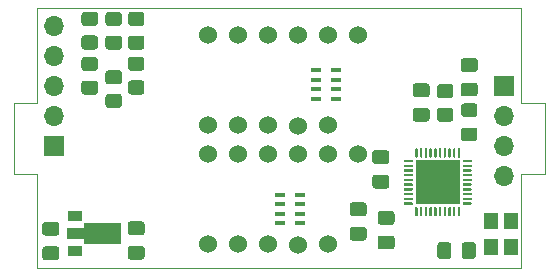
<source format=gbs>
G04 #@! TF.GenerationSoftware,KiCad,Pcbnew,(5.1.10)-1*
G04 #@! TF.CreationDate,2023-01-31T14:41:16+02:00*
G04 #@! TF.ProjectId,voltmeter,766f6c74-6d65-4746-9572-2e6b69636164,rev?*
G04 #@! TF.SameCoordinates,Original*
G04 #@! TF.FileFunction,Soldermask,Bot*
G04 #@! TF.FilePolarity,Negative*
%FSLAX46Y46*%
G04 Gerber Fmt 4.6, Leading zero omitted, Abs format (unit mm)*
G04 Created by KiCad (PCBNEW (5.1.10)-1) date 2023-01-31 14:41:16*
%MOMM*%
%LPD*%
G01*
G04 APERTURE LIST*
G04 #@! TA.AperFunction,Profile*
%ADD10C,0.050000*%
G04 #@! TD*
%ADD11O,1.700000X1.700000*%
%ADD12R,1.700000X1.700000*%
%ADD13C,1.524000*%
%ADD14R,1.200000X1.400000*%
%ADD15R,0.900000X0.400000*%
%ADD16C,0.100000*%
%ADD17R,1.300000X0.900000*%
%ADD18R,3.800000X3.800000*%
G04 APERTURE END LIST*
D10*
X52578000Y-78048000D02*
X52578000Y-86048000D01*
X50578000Y-86048000D02*
X50578000Y-92048000D01*
X52578000Y-86048000D02*
X50578000Y-86048000D01*
X52578000Y-92048000D02*
X50578000Y-92048000D01*
X52578000Y-92048000D02*
X52578000Y-100048000D01*
X93578000Y-92048000D02*
X93578000Y-100048000D01*
X95578000Y-92048000D02*
X93578000Y-92048000D01*
X95578000Y-86048000D02*
X93578000Y-86048000D01*
X95578000Y-86048000D02*
X95578000Y-92048000D01*
X52578000Y-100048000D02*
X93578000Y-100048000D01*
X93578000Y-78048000D02*
X93578000Y-86048000D01*
X52578000Y-78048000D02*
X93578000Y-78048000D01*
D11*
X92075000Y-92272000D03*
X92075000Y-89732000D03*
X92075000Y-87192000D03*
D12*
X92075000Y-84652000D03*
D11*
X53975000Y-79521200D03*
X53975000Y-82061200D03*
X53975000Y-84601200D03*
X53975000Y-87141200D03*
D12*
X53975000Y-89681200D03*
D13*
X77216000Y-98036380D03*
X74676000Y-98130360D03*
X72136000Y-98044000D03*
X69596000Y-98044000D03*
X67056000Y-98044000D03*
X79756000Y-90424000D03*
X77216000Y-90424000D03*
X74676000Y-90424000D03*
X67056000Y-90424000D03*
X69596000Y-90424000D03*
X72136000Y-90424000D03*
X77216000Y-87897380D03*
X74676000Y-87991360D03*
X72136000Y-87905000D03*
X69596000Y-87905000D03*
X67056000Y-87905000D03*
X79756000Y-80285000D03*
X77216000Y-80285000D03*
X74676000Y-80285000D03*
X67056000Y-80285000D03*
X69596000Y-80285000D03*
X72136000Y-80285000D03*
D14*
X92683700Y-98274200D03*
X92683700Y-96074200D03*
X90983700Y-96074200D03*
X90983700Y-98274200D03*
D15*
X74864700Y-93853300D03*
X74864700Y-94653300D03*
X74864700Y-95453300D03*
X74864700Y-96253300D03*
X73164700Y-93853300D03*
X73164700Y-96253300D03*
X73164700Y-94653300D03*
X73164700Y-95453300D03*
G36*
G01*
X79281000Y-96553500D02*
X80231000Y-96553500D01*
G75*
G02*
X80481000Y-96803500I0J-250000D01*
G01*
X80481000Y-97478500D01*
G75*
G02*
X80231000Y-97728500I-250000J0D01*
G01*
X79281000Y-97728500D01*
G75*
G02*
X79031000Y-97478500I0J250000D01*
G01*
X79031000Y-96803500D01*
G75*
G02*
X79281000Y-96553500I250000J0D01*
G01*
G37*
G36*
G01*
X79281000Y-94478500D02*
X80231000Y-94478500D01*
G75*
G02*
X80481000Y-94728500I0J-250000D01*
G01*
X80481000Y-95403500D01*
G75*
G02*
X80231000Y-95653500I-250000J0D01*
G01*
X79281000Y-95653500D01*
G75*
G02*
X79031000Y-95403500I0J250000D01*
G01*
X79031000Y-94728500D01*
G75*
G02*
X79281000Y-94478500I250000J0D01*
G01*
G37*
G36*
G01*
X81643200Y-97285200D02*
X82593200Y-97285200D01*
G75*
G02*
X82843200Y-97535200I0J-250000D01*
G01*
X82843200Y-98210200D01*
G75*
G02*
X82593200Y-98460200I-250000J0D01*
G01*
X81643200Y-98460200D01*
G75*
G02*
X81393200Y-98210200I0J250000D01*
G01*
X81393200Y-97535200D01*
G75*
G02*
X81643200Y-97285200I250000J0D01*
G01*
G37*
G36*
G01*
X81643200Y-95210200D02*
X82593200Y-95210200D01*
G75*
G02*
X82843200Y-95460200I0J-250000D01*
G01*
X82843200Y-96135200D01*
G75*
G02*
X82593200Y-96385200I-250000J0D01*
G01*
X81643200Y-96385200D01*
G75*
G02*
X81393200Y-96135200I0J250000D01*
G01*
X81393200Y-95460200D01*
G75*
G02*
X81643200Y-95210200I250000J0D01*
G01*
G37*
G36*
G01*
X82136000Y-91237800D02*
X81186000Y-91237800D01*
G75*
G02*
X80936000Y-90987800I0J250000D01*
G01*
X80936000Y-90312800D01*
G75*
G02*
X81186000Y-90062800I250000J0D01*
G01*
X82136000Y-90062800D01*
G75*
G02*
X82386000Y-90312800I0J-250000D01*
G01*
X82386000Y-90987800D01*
G75*
G02*
X82136000Y-91237800I-250000J0D01*
G01*
G37*
G36*
G01*
X82136000Y-93312800D02*
X81186000Y-93312800D01*
G75*
G02*
X80936000Y-93062800I0J250000D01*
G01*
X80936000Y-92387800D01*
G75*
G02*
X81186000Y-92137800I250000J0D01*
G01*
X82136000Y-92137800D01*
G75*
G02*
X82386000Y-92387800I0J-250000D01*
G01*
X82386000Y-93062800D01*
G75*
G02*
X82136000Y-93312800I-250000J0D01*
G01*
G37*
D16*
G36*
X59704000Y-97964500D02*
G01*
X56579000Y-97964500D01*
X56579000Y-97548000D01*
X55104000Y-97548000D01*
X55104000Y-96648000D01*
X56579000Y-96648000D01*
X56579000Y-96231500D01*
X59704000Y-96231500D01*
X59704000Y-97964500D01*
G37*
D17*
X55754000Y-95598000D03*
X55754000Y-98598000D03*
G36*
G01*
X60485000Y-98161500D02*
X61435000Y-98161500D01*
G75*
G02*
X61685000Y-98411500I0J-250000D01*
G01*
X61685000Y-99086500D01*
G75*
G02*
X61435000Y-99336500I-250000J0D01*
G01*
X60485000Y-99336500D01*
G75*
G02*
X60235000Y-99086500I0J250000D01*
G01*
X60235000Y-98411500D01*
G75*
G02*
X60485000Y-98161500I250000J0D01*
G01*
G37*
G36*
G01*
X60485000Y-96086500D02*
X61435000Y-96086500D01*
G75*
G02*
X61685000Y-96336500I0J-250000D01*
G01*
X61685000Y-97011500D01*
G75*
G02*
X61435000Y-97261500I-250000J0D01*
G01*
X60485000Y-97261500D01*
G75*
G02*
X60235000Y-97011500I0J250000D01*
G01*
X60235000Y-96336500D01*
G75*
G02*
X60485000Y-96086500I250000J0D01*
G01*
G37*
G36*
G01*
X53246000Y-98204500D02*
X54196000Y-98204500D01*
G75*
G02*
X54446000Y-98454500I0J-250000D01*
G01*
X54446000Y-99129500D01*
G75*
G02*
X54196000Y-99379500I-250000J0D01*
G01*
X53246000Y-99379500D01*
G75*
G02*
X52996000Y-99129500I0J250000D01*
G01*
X52996000Y-98454500D01*
G75*
G02*
X53246000Y-98204500I250000J0D01*
G01*
G37*
G36*
G01*
X53246000Y-96129500D02*
X54196000Y-96129500D01*
G75*
G02*
X54446000Y-96379500I0J-250000D01*
G01*
X54446000Y-97054500D01*
G75*
G02*
X54196000Y-97304500I-250000J0D01*
G01*
X53246000Y-97304500D01*
G75*
G02*
X52996000Y-97054500I0J250000D01*
G01*
X52996000Y-96379500D01*
G75*
G02*
X53246000Y-96129500I250000J0D01*
G01*
G37*
G36*
G01*
X89604001Y-87250000D02*
X88703999Y-87250000D01*
G75*
G02*
X88454000Y-87000001I0J249999D01*
G01*
X88454000Y-86349999D01*
G75*
G02*
X88703999Y-86100000I249999J0D01*
G01*
X89604001Y-86100000D01*
G75*
G02*
X89854000Y-86349999I0J-249999D01*
G01*
X89854000Y-87000001D01*
G75*
G02*
X89604001Y-87250000I-249999J0D01*
G01*
G37*
G36*
G01*
X89604001Y-89300000D02*
X88703999Y-89300000D01*
G75*
G02*
X88454000Y-89050001I0J249999D01*
G01*
X88454000Y-88399999D01*
G75*
G02*
X88703999Y-88150000I249999J0D01*
G01*
X89604001Y-88150000D01*
G75*
G02*
X89854000Y-88399999I0J-249999D01*
G01*
X89854000Y-89050001D01*
G75*
G02*
X89604001Y-89300000I-249999J0D01*
G01*
G37*
G36*
G01*
X89629000Y-83440000D02*
X88679000Y-83440000D01*
G75*
G02*
X88429000Y-83190000I0J250000D01*
G01*
X88429000Y-82515000D01*
G75*
G02*
X88679000Y-82265000I250000J0D01*
G01*
X89629000Y-82265000D01*
G75*
G02*
X89879000Y-82515000I0J-250000D01*
G01*
X89879000Y-83190000D01*
G75*
G02*
X89629000Y-83440000I-250000J0D01*
G01*
G37*
G36*
G01*
X89629000Y-85515000D02*
X88679000Y-85515000D01*
G75*
G02*
X88429000Y-85265000I0J250000D01*
G01*
X88429000Y-84590000D01*
G75*
G02*
X88679000Y-84340000I250000J0D01*
G01*
X89629000Y-84340000D01*
G75*
G02*
X89879000Y-84590000I0J-250000D01*
G01*
X89879000Y-85265000D01*
G75*
G02*
X89629000Y-85515000I-250000J0D01*
G01*
G37*
G36*
G01*
X85565000Y-85577500D02*
X84615000Y-85577500D01*
G75*
G02*
X84365000Y-85327500I0J250000D01*
G01*
X84365000Y-84652500D01*
G75*
G02*
X84615000Y-84402500I250000J0D01*
G01*
X85565000Y-84402500D01*
G75*
G02*
X85815000Y-84652500I0J-250000D01*
G01*
X85815000Y-85327500D01*
G75*
G02*
X85565000Y-85577500I-250000J0D01*
G01*
G37*
G36*
G01*
X85565000Y-87652500D02*
X84615000Y-87652500D01*
G75*
G02*
X84365000Y-87402500I0J250000D01*
G01*
X84365000Y-86727500D01*
G75*
G02*
X84615000Y-86477500I250000J0D01*
G01*
X85565000Y-86477500D01*
G75*
G02*
X85815000Y-86727500I0J-250000D01*
G01*
X85815000Y-87402500D01*
G75*
G02*
X85565000Y-87652500I-250000J0D01*
G01*
G37*
G36*
G01*
X87628400Y-98083500D02*
X87628400Y-99033500D01*
G75*
G02*
X87378400Y-99283500I-250000J0D01*
G01*
X86703400Y-99283500D01*
G75*
G02*
X86453400Y-99033500I0J250000D01*
G01*
X86453400Y-98083500D01*
G75*
G02*
X86703400Y-97833500I250000J0D01*
G01*
X87378400Y-97833500D01*
G75*
G02*
X87628400Y-98083500I0J-250000D01*
G01*
G37*
G36*
G01*
X89703400Y-98083500D02*
X89703400Y-99033500D01*
G75*
G02*
X89453400Y-99283500I-250000J0D01*
G01*
X88778400Y-99283500D01*
G75*
G02*
X88528400Y-99033500I0J250000D01*
G01*
X88528400Y-98083500D01*
G75*
G02*
X88778400Y-97833500I250000J0D01*
G01*
X89453400Y-97833500D01*
G75*
G02*
X89703400Y-98083500I0J-250000D01*
G01*
G37*
G36*
G01*
X61410001Y-79553000D02*
X60509999Y-79553000D01*
G75*
G02*
X60260000Y-79303001I0J249999D01*
G01*
X60260000Y-78602999D01*
G75*
G02*
X60509999Y-78353000I249999J0D01*
G01*
X61410001Y-78353000D01*
G75*
G02*
X61660000Y-78602999I0J-249999D01*
G01*
X61660000Y-79303001D01*
G75*
G02*
X61410001Y-79553000I-249999J0D01*
G01*
G37*
G36*
G01*
X61410001Y-81553000D02*
X60509999Y-81553000D01*
G75*
G02*
X60260000Y-81303001I0J249999D01*
G01*
X60260000Y-80602999D01*
G75*
G02*
X60509999Y-80353000I249999J0D01*
G01*
X61410001Y-80353000D01*
G75*
G02*
X61660000Y-80602999I0J-249999D01*
G01*
X61660000Y-81303001D01*
G75*
G02*
X61410001Y-81553000I-249999J0D01*
G01*
G37*
G36*
G01*
X61410001Y-83347000D02*
X60509999Y-83347000D01*
G75*
G02*
X60260000Y-83097001I0J249999D01*
G01*
X60260000Y-82396999D01*
G75*
G02*
X60509999Y-82147000I249999J0D01*
G01*
X61410001Y-82147000D01*
G75*
G02*
X61660000Y-82396999I0J-249999D01*
G01*
X61660000Y-83097001D01*
G75*
G02*
X61410001Y-83347000I-249999J0D01*
G01*
G37*
G36*
G01*
X61410001Y-85347000D02*
X60509999Y-85347000D01*
G75*
G02*
X60260000Y-85097001I0J249999D01*
G01*
X60260000Y-84396999D01*
G75*
G02*
X60509999Y-84147000I249999J0D01*
G01*
X61410001Y-84147000D01*
G75*
G02*
X61660000Y-84396999I0J-249999D01*
G01*
X61660000Y-85097001D01*
G75*
G02*
X61410001Y-85347000I-249999J0D01*
G01*
G37*
G36*
G01*
X59505001Y-79553000D02*
X58604999Y-79553000D01*
G75*
G02*
X58355000Y-79303001I0J249999D01*
G01*
X58355000Y-78602999D01*
G75*
G02*
X58604999Y-78353000I249999J0D01*
G01*
X59505001Y-78353000D01*
G75*
G02*
X59755000Y-78602999I0J-249999D01*
G01*
X59755000Y-79303001D01*
G75*
G02*
X59505001Y-79553000I-249999J0D01*
G01*
G37*
G36*
G01*
X59505001Y-81553000D02*
X58604999Y-81553000D01*
G75*
G02*
X58355000Y-81303001I0J249999D01*
G01*
X58355000Y-80602999D01*
G75*
G02*
X58604999Y-80353000I249999J0D01*
G01*
X59505001Y-80353000D01*
G75*
G02*
X59755000Y-80602999I0J-249999D01*
G01*
X59755000Y-81303001D01*
G75*
G02*
X59505001Y-81553000I-249999J0D01*
G01*
G37*
G36*
G01*
X59505001Y-84490000D02*
X58604999Y-84490000D01*
G75*
G02*
X58355000Y-84240001I0J249999D01*
G01*
X58355000Y-83539999D01*
G75*
G02*
X58604999Y-83290000I249999J0D01*
G01*
X59505001Y-83290000D01*
G75*
G02*
X59755000Y-83539999I0J-249999D01*
G01*
X59755000Y-84240001D01*
G75*
G02*
X59505001Y-84490000I-249999J0D01*
G01*
G37*
G36*
G01*
X59505001Y-86490000D02*
X58604999Y-86490000D01*
G75*
G02*
X58355000Y-86240001I0J249999D01*
G01*
X58355000Y-85539999D01*
G75*
G02*
X58604999Y-85290000I249999J0D01*
G01*
X59505001Y-85290000D01*
G75*
G02*
X59755000Y-85539999I0J-249999D01*
G01*
X59755000Y-86240001D01*
G75*
G02*
X59505001Y-86490000I-249999J0D01*
G01*
G37*
G36*
G01*
X57473001Y-79537000D02*
X56572999Y-79537000D01*
G75*
G02*
X56323000Y-79287001I0J249999D01*
G01*
X56323000Y-78586999D01*
G75*
G02*
X56572999Y-78337000I249999J0D01*
G01*
X57473001Y-78337000D01*
G75*
G02*
X57723000Y-78586999I0J-249999D01*
G01*
X57723000Y-79287001D01*
G75*
G02*
X57473001Y-79537000I-249999J0D01*
G01*
G37*
G36*
G01*
X57473001Y-81537000D02*
X56572999Y-81537000D01*
G75*
G02*
X56323000Y-81287001I0J249999D01*
G01*
X56323000Y-80586999D01*
G75*
G02*
X56572999Y-80337000I249999J0D01*
G01*
X57473001Y-80337000D01*
G75*
G02*
X57723000Y-80586999I0J-249999D01*
G01*
X57723000Y-81287001D01*
G75*
G02*
X57473001Y-81537000I-249999J0D01*
G01*
G37*
G36*
G01*
X57473001Y-83363000D02*
X56572999Y-83363000D01*
G75*
G02*
X56323000Y-83113001I0J249999D01*
G01*
X56323000Y-82412999D01*
G75*
G02*
X56572999Y-82163000I249999J0D01*
G01*
X57473001Y-82163000D01*
G75*
G02*
X57723000Y-82412999I0J-249999D01*
G01*
X57723000Y-83113001D01*
G75*
G02*
X57473001Y-83363000I-249999J0D01*
G01*
G37*
G36*
G01*
X57473001Y-85363000D02*
X56572999Y-85363000D01*
G75*
G02*
X56323000Y-85113001I0J249999D01*
G01*
X56323000Y-84412999D01*
G75*
G02*
X56572999Y-84163000I249999J0D01*
G01*
X57473001Y-84163000D01*
G75*
G02*
X57723000Y-84412999I0J-249999D01*
G01*
X57723000Y-85113001D01*
G75*
G02*
X57473001Y-85363000I-249999J0D01*
G01*
G37*
D15*
X77850100Y-83286900D03*
X77850100Y-84086900D03*
X77850100Y-84886900D03*
X77850100Y-85686900D03*
X76150100Y-83286900D03*
X76150100Y-85686900D03*
X76150100Y-84086900D03*
X76150100Y-84886900D03*
G36*
G01*
X87572001Y-85665000D02*
X86671999Y-85665000D01*
G75*
G02*
X86422000Y-85415001I0J249999D01*
G01*
X86422000Y-84714999D01*
G75*
G02*
X86671999Y-84465000I249999J0D01*
G01*
X87572001Y-84465000D01*
G75*
G02*
X87822000Y-84714999I0J-249999D01*
G01*
X87822000Y-85415001D01*
G75*
G02*
X87572001Y-85665000I-249999J0D01*
G01*
G37*
G36*
G01*
X87572001Y-87665000D02*
X86671999Y-87665000D01*
G75*
G02*
X86422000Y-87415001I0J249999D01*
G01*
X86422000Y-86714999D01*
G75*
G02*
X86671999Y-86465000I249999J0D01*
G01*
X87572001Y-86465000D01*
G75*
G02*
X87822000Y-86714999I0J-249999D01*
G01*
X87822000Y-87415001D01*
G75*
G02*
X87572001Y-87665000I-249999J0D01*
G01*
G37*
D18*
X86487000Y-92780000D03*
G36*
G01*
X84587000Y-95605000D02*
X84587000Y-94930000D01*
G75*
G02*
X84637000Y-94880000I50000J0D01*
G01*
X84737000Y-94880000D01*
G75*
G02*
X84787000Y-94930000I0J-50000D01*
G01*
X84787000Y-95605000D01*
G75*
G02*
X84737000Y-95655000I-50000J0D01*
G01*
X84637000Y-95655000D01*
G75*
G02*
X84587000Y-95605000I0J50000D01*
G01*
G37*
G36*
G01*
X84987000Y-95605000D02*
X84987000Y-94930000D01*
G75*
G02*
X85037000Y-94880000I50000J0D01*
G01*
X85137000Y-94880000D01*
G75*
G02*
X85187000Y-94930000I0J-50000D01*
G01*
X85187000Y-95605000D01*
G75*
G02*
X85137000Y-95655000I-50000J0D01*
G01*
X85037000Y-95655000D01*
G75*
G02*
X84987000Y-95605000I0J50000D01*
G01*
G37*
G36*
G01*
X85387000Y-95605000D02*
X85387000Y-94930000D01*
G75*
G02*
X85437000Y-94880000I50000J0D01*
G01*
X85537000Y-94880000D01*
G75*
G02*
X85587000Y-94930000I0J-50000D01*
G01*
X85587000Y-95605000D01*
G75*
G02*
X85537000Y-95655000I-50000J0D01*
G01*
X85437000Y-95655000D01*
G75*
G02*
X85387000Y-95605000I0J50000D01*
G01*
G37*
G36*
G01*
X85787000Y-95605000D02*
X85787000Y-94930000D01*
G75*
G02*
X85837000Y-94880000I50000J0D01*
G01*
X85937000Y-94880000D01*
G75*
G02*
X85987000Y-94930000I0J-50000D01*
G01*
X85987000Y-95605000D01*
G75*
G02*
X85937000Y-95655000I-50000J0D01*
G01*
X85837000Y-95655000D01*
G75*
G02*
X85787000Y-95605000I0J50000D01*
G01*
G37*
G36*
G01*
X86187000Y-95605000D02*
X86187000Y-94930000D01*
G75*
G02*
X86237000Y-94880000I50000J0D01*
G01*
X86337000Y-94880000D01*
G75*
G02*
X86387000Y-94930000I0J-50000D01*
G01*
X86387000Y-95605000D01*
G75*
G02*
X86337000Y-95655000I-50000J0D01*
G01*
X86237000Y-95655000D01*
G75*
G02*
X86187000Y-95605000I0J50000D01*
G01*
G37*
G36*
G01*
X86587000Y-95605000D02*
X86587000Y-94930000D01*
G75*
G02*
X86637000Y-94880000I50000J0D01*
G01*
X86737000Y-94880000D01*
G75*
G02*
X86787000Y-94930000I0J-50000D01*
G01*
X86787000Y-95605000D01*
G75*
G02*
X86737000Y-95655000I-50000J0D01*
G01*
X86637000Y-95655000D01*
G75*
G02*
X86587000Y-95605000I0J50000D01*
G01*
G37*
G36*
G01*
X86987000Y-95605000D02*
X86987000Y-94930000D01*
G75*
G02*
X87037000Y-94880000I50000J0D01*
G01*
X87137000Y-94880000D01*
G75*
G02*
X87187000Y-94930000I0J-50000D01*
G01*
X87187000Y-95605000D01*
G75*
G02*
X87137000Y-95655000I-50000J0D01*
G01*
X87037000Y-95655000D01*
G75*
G02*
X86987000Y-95605000I0J50000D01*
G01*
G37*
G36*
G01*
X87387000Y-95605000D02*
X87387000Y-94930000D01*
G75*
G02*
X87437000Y-94880000I50000J0D01*
G01*
X87537000Y-94880000D01*
G75*
G02*
X87587000Y-94930000I0J-50000D01*
G01*
X87587000Y-95605000D01*
G75*
G02*
X87537000Y-95655000I-50000J0D01*
G01*
X87437000Y-95655000D01*
G75*
G02*
X87387000Y-95605000I0J50000D01*
G01*
G37*
G36*
G01*
X87787000Y-95605000D02*
X87787000Y-94930000D01*
G75*
G02*
X87837000Y-94880000I50000J0D01*
G01*
X87937000Y-94880000D01*
G75*
G02*
X87987000Y-94930000I0J-50000D01*
G01*
X87987000Y-95605000D01*
G75*
G02*
X87937000Y-95655000I-50000J0D01*
G01*
X87837000Y-95655000D01*
G75*
G02*
X87787000Y-95605000I0J50000D01*
G01*
G37*
G36*
G01*
X88187000Y-95605000D02*
X88187000Y-94930000D01*
G75*
G02*
X88237000Y-94880000I50000J0D01*
G01*
X88337000Y-94880000D01*
G75*
G02*
X88387000Y-94930000I0J-50000D01*
G01*
X88387000Y-95605000D01*
G75*
G02*
X88337000Y-95655000I-50000J0D01*
G01*
X88237000Y-95655000D01*
G75*
G02*
X88187000Y-95605000I0J50000D01*
G01*
G37*
G36*
G01*
X88587000Y-94630000D02*
X88587000Y-94530000D01*
G75*
G02*
X88637000Y-94480000I50000J0D01*
G01*
X89312000Y-94480000D01*
G75*
G02*
X89362000Y-94530000I0J-50000D01*
G01*
X89362000Y-94630000D01*
G75*
G02*
X89312000Y-94680000I-50000J0D01*
G01*
X88637000Y-94680000D01*
G75*
G02*
X88587000Y-94630000I0J50000D01*
G01*
G37*
G36*
G01*
X88587000Y-94230000D02*
X88587000Y-94130000D01*
G75*
G02*
X88637000Y-94080000I50000J0D01*
G01*
X89312000Y-94080000D01*
G75*
G02*
X89362000Y-94130000I0J-50000D01*
G01*
X89362000Y-94230000D01*
G75*
G02*
X89312000Y-94280000I-50000J0D01*
G01*
X88637000Y-94280000D01*
G75*
G02*
X88587000Y-94230000I0J50000D01*
G01*
G37*
G36*
G01*
X88587000Y-93830000D02*
X88587000Y-93730000D01*
G75*
G02*
X88637000Y-93680000I50000J0D01*
G01*
X89312000Y-93680000D01*
G75*
G02*
X89362000Y-93730000I0J-50000D01*
G01*
X89362000Y-93830000D01*
G75*
G02*
X89312000Y-93880000I-50000J0D01*
G01*
X88637000Y-93880000D01*
G75*
G02*
X88587000Y-93830000I0J50000D01*
G01*
G37*
G36*
G01*
X88587000Y-93430000D02*
X88587000Y-93330000D01*
G75*
G02*
X88637000Y-93280000I50000J0D01*
G01*
X89312000Y-93280000D01*
G75*
G02*
X89362000Y-93330000I0J-50000D01*
G01*
X89362000Y-93430000D01*
G75*
G02*
X89312000Y-93480000I-50000J0D01*
G01*
X88637000Y-93480000D01*
G75*
G02*
X88587000Y-93430000I0J50000D01*
G01*
G37*
G36*
G01*
X88587000Y-93030000D02*
X88587000Y-92930000D01*
G75*
G02*
X88637000Y-92880000I50000J0D01*
G01*
X89312000Y-92880000D01*
G75*
G02*
X89362000Y-92930000I0J-50000D01*
G01*
X89362000Y-93030000D01*
G75*
G02*
X89312000Y-93080000I-50000J0D01*
G01*
X88637000Y-93080000D01*
G75*
G02*
X88587000Y-93030000I0J50000D01*
G01*
G37*
G36*
G01*
X88587000Y-92630000D02*
X88587000Y-92530000D01*
G75*
G02*
X88637000Y-92480000I50000J0D01*
G01*
X89312000Y-92480000D01*
G75*
G02*
X89362000Y-92530000I0J-50000D01*
G01*
X89362000Y-92630000D01*
G75*
G02*
X89312000Y-92680000I-50000J0D01*
G01*
X88637000Y-92680000D01*
G75*
G02*
X88587000Y-92630000I0J50000D01*
G01*
G37*
G36*
G01*
X88587000Y-92230000D02*
X88587000Y-92130000D01*
G75*
G02*
X88637000Y-92080000I50000J0D01*
G01*
X89312000Y-92080000D01*
G75*
G02*
X89362000Y-92130000I0J-50000D01*
G01*
X89362000Y-92230000D01*
G75*
G02*
X89312000Y-92280000I-50000J0D01*
G01*
X88637000Y-92280000D01*
G75*
G02*
X88587000Y-92230000I0J50000D01*
G01*
G37*
G36*
G01*
X88587000Y-91830000D02*
X88587000Y-91730000D01*
G75*
G02*
X88637000Y-91680000I50000J0D01*
G01*
X89312000Y-91680000D01*
G75*
G02*
X89362000Y-91730000I0J-50000D01*
G01*
X89362000Y-91830000D01*
G75*
G02*
X89312000Y-91880000I-50000J0D01*
G01*
X88637000Y-91880000D01*
G75*
G02*
X88587000Y-91830000I0J50000D01*
G01*
G37*
G36*
G01*
X88587000Y-91430000D02*
X88587000Y-91330000D01*
G75*
G02*
X88637000Y-91280000I50000J0D01*
G01*
X89312000Y-91280000D01*
G75*
G02*
X89362000Y-91330000I0J-50000D01*
G01*
X89362000Y-91430000D01*
G75*
G02*
X89312000Y-91480000I-50000J0D01*
G01*
X88637000Y-91480000D01*
G75*
G02*
X88587000Y-91430000I0J50000D01*
G01*
G37*
G36*
G01*
X88587000Y-91030000D02*
X88587000Y-90930000D01*
G75*
G02*
X88637000Y-90880000I50000J0D01*
G01*
X89312000Y-90880000D01*
G75*
G02*
X89362000Y-90930000I0J-50000D01*
G01*
X89362000Y-91030000D01*
G75*
G02*
X89312000Y-91080000I-50000J0D01*
G01*
X88637000Y-91080000D01*
G75*
G02*
X88587000Y-91030000I0J50000D01*
G01*
G37*
G36*
G01*
X88187000Y-90630000D02*
X88187000Y-89955000D01*
G75*
G02*
X88237000Y-89905000I50000J0D01*
G01*
X88337000Y-89905000D01*
G75*
G02*
X88387000Y-89955000I0J-50000D01*
G01*
X88387000Y-90630000D01*
G75*
G02*
X88337000Y-90680000I-50000J0D01*
G01*
X88237000Y-90680000D01*
G75*
G02*
X88187000Y-90630000I0J50000D01*
G01*
G37*
G36*
G01*
X87787000Y-90630000D02*
X87787000Y-89955000D01*
G75*
G02*
X87837000Y-89905000I50000J0D01*
G01*
X87937000Y-89905000D01*
G75*
G02*
X87987000Y-89955000I0J-50000D01*
G01*
X87987000Y-90630000D01*
G75*
G02*
X87937000Y-90680000I-50000J0D01*
G01*
X87837000Y-90680000D01*
G75*
G02*
X87787000Y-90630000I0J50000D01*
G01*
G37*
G36*
G01*
X87387000Y-90630000D02*
X87387000Y-89955000D01*
G75*
G02*
X87437000Y-89905000I50000J0D01*
G01*
X87537000Y-89905000D01*
G75*
G02*
X87587000Y-89955000I0J-50000D01*
G01*
X87587000Y-90630000D01*
G75*
G02*
X87537000Y-90680000I-50000J0D01*
G01*
X87437000Y-90680000D01*
G75*
G02*
X87387000Y-90630000I0J50000D01*
G01*
G37*
G36*
G01*
X86987000Y-90630000D02*
X86987000Y-89955000D01*
G75*
G02*
X87037000Y-89905000I50000J0D01*
G01*
X87137000Y-89905000D01*
G75*
G02*
X87187000Y-89955000I0J-50000D01*
G01*
X87187000Y-90630000D01*
G75*
G02*
X87137000Y-90680000I-50000J0D01*
G01*
X87037000Y-90680000D01*
G75*
G02*
X86987000Y-90630000I0J50000D01*
G01*
G37*
G36*
G01*
X86587000Y-90630000D02*
X86587000Y-89955000D01*
G75*
G02*
X86637000Y-89905000I50000J0D01*
G01*
X86737000Y-89905000D01*
G75*
G02*
X86787000Y-89955000I0J-50000D01*
G01*
X86787000Y-90630000D01*
G75*
G02*
X86737000Y-90680000I-50000J0D01*
G01*
X86637000Y-90680000D01*
G75*
G02*
X86587000Y-90630000I0J50000D01*
G01*
G37*
G36*
G01*
X86187000Y-90630000D02*
X86187000Y-89955000D01*
G75*
G02*
X86237000Y-89905000I50000J0D01*
G01*
X86337000Y-89905000D01*
G75*
G02*
X86387000Y-89955000I0J-50000D01*
G01*
X86387000Y-90630000D01*
G75*
G02*
X86337000Y-90680000I-50000J0D01*
G01*
X86237000Y-90680000D01*
G75*
G02*
X86187000Y-90630000I0J50000D01*
G01*
G37*
G36*
G01*
X85787000Y-90630000D02*
X85787000Y-89955000D01*
G75*
G02*
X85837000Y-89905000I50000J0D01*
G01*
X85937000Y-89905000D01*
G75*
G02*
X85987000Y-89955000I0J-50000D01*
G01*
X85987000Y-90630000D01*
G75*
G02*
X85937000Y-90680000I-50000J0D01*
G01*
X85837000Y-90680000D01*
G75*
G02*
X85787000Y-90630000I0J50000D01*
G01*
G37*
G36*
G01*
X85387000Y-90630000D02*
X85387000Y-89955000D01*
G75*
G02*
X85437000Y-89905000I50000J0D01*
G01*
X85537000Y-89905000D01*
G75*
G02*
X85587000Y-89955000I0J-50000D01*
G01*
X85587000Y-90630000D01*
G75*
G02*
X85537000Y-90680000I-50000J0D01*
G01*
X85437000Y-90680000D01*
G75*
G02*
X85387000Y-90630000I0J50000D01*
G01*
G37*
G36*
G01*
X84987000Y-90630000D02*
X84987000Y-89955000D01*
G75*
G02*
X85037000Y-89905000I50000J0D01*
G01*
X85137000Y-89905000D01*
G75*
G02*
X85187000Y-89955000I0J-50000D01*
G01*
X85187000Y-90630000D01*
G75*
G02*
X85137000Y-90680000I-50000J0D01*
G01*
X85037000Y-90680000D01*
G75*
G02*
X84987000Y-90630000I0J50000D01*
G01*
G37*
G36*
G01*
X84587000Y-90630000D02*
X84587000Y-89955000D01*
G75*
G02*
X84637000Y-89905000I50000J0D01*
G01*
X84737000Y-89905000D01*
G75*
G02*
X84787000Y-89955000I0J-50000D01*
G01*
X84787000Y-90630000D01*
G75*
G02*
X84737000Y-90680000I-50000J0D01*
G01*
X84637000Y-90680000D01*
G75*
G02*
X84587000Y-90630000I0J50000D01*
G01*
G37*
G36*
G01*
X83612000Y-91030000D02*
X83612000Y-90930000D01*
G75*
G02*
X83662000Y-90880000I50000J0D01*
G01*
X84337000Y-90880000D01*
G75*
G02*
X84387000Y-90930000I0J-50000D01*
G01*
X84387000Y-91030000D01*
G75*
G02*
X84337000Y-91080000I-50000J0D01*
G01*
X83662000Y-91080000D01*
G75*
G02*
X83612000Y-91030000I0J50000D01*
G01*
G37*
G36*
G01*
X83612000Y-91430000D02*
X83612000Y-91330000D01*
G75*
G02*
X83662000Y-91280000I50000J0D01*
G01*
X84337000Y-91280000D01*
G75*
G02*
X84387000Y-91330000I0J-50000D01*
G01*
X84387000Y-91430000D01*
G75*
G02*
X84337000Y-91480000I-50000J0D01*
G01*
X83662000Y-91480000D01*
G75*
G02*
X83612000Y-91430000I0J50000D01*
G01*
G37*
G36*
G01*
X83612000Y-91830000D02*
X83612000Y-91730000D01*
G75*
G02*
X83662000Y-91680000I50000J0D01*
G01*
X84337000Y-91680000D01*
G75*
G02*
X84387000Y-91730000I0J-50000D01*
G01*
X84387000Y-91830000D01*
G75*
G02*
X84337000Y-91880000I-50000J0D01*
G01*
X83662000Y-91880000D01*
G75*
G02*
X83612000Y-91830000I0J50000D01*
G01*
G37*
G36*
G01*
X83612000Y-92230000D02*
X83612000Y-92130000D01*
G75*
G02*
X83662000Y-92080000I50000J0D01*
G01*
X84337000Y-92080000D01*
G75*
G02*
X84387000Y-92130000I0J-50000D01*
G01*
X84387000Y-92230000D01*
G75*
G02*
X84337000Y-92280000I-50000J0D01*
G01*
X83662000Y-92280000D01*
G75*
G02*
X83612000Y-92230000I0J50000D01*
G01*
G37*
G36*
G01*
X83612000Y-92630000D02*
X83612000Y-92530000D01*
G75*
G02*
X83662000Y-92480000I50000J0D01*
G01*
X84337000Y-92480000D01*
G75*
G02*
X84387000Y-92530000I0J-50000D01*
G01*
X84387000Y-92630000D01*
G75*
G02*
X84337000Y-92680000I-50000J0D01*
G01*
X83662000Y-92680000D01*
G75*
G02*
X83612000Y-92630000I0J50000D01*
G01*
G37*
G36*
G01*
X83612000Y-93030000D02*
X83612000Y-92930000D01*
G75*
G02*
X83662000Y-92880000I50000J0D01*
G01*
X84337000Y-92880000D01*
G75*
G02*
X84387000Y-92930000I0J-50000D01*
G01*
X84387000Y-93030000D01*
G75*
G02*
X84337000Y-93080000I-50000J0D01*
G01*
X83662000Y-93080000D01*
G75*
G02*
X83612000Y-93030000I0J50000D01*
G01*
G37*
G36*
G01*
X83612000Y-93430000D02*
X83612000Y-93330000D01*
G75*
G02*
X83662000Y-93280000I50000J0D01*
G01*
X84337000Y-93280000D01*
G75*
G02*
X84387000Y-93330000I0J-50000D01*
G01*
X84387000Y-93430000D01*
G75*
G02*
X84337000Y-93480000I-50000J0D01*
G01*
X83662000Y-93480000D01*
G75*
G02*
X83612000Y-93430000I0J50000D01*
G01*
G37*
G36*
G01*
X83612000Y-93830000D02*
X83612000Y-93730000D01*
G75*
G02*
X83662000Y-93680000I50000J0D01*
G01*
X84337000Y-93680000D01*
G75*
G02*
X84387000Y-93730000I0J-50000D01*
G01*
X84387000Y-93830000D01*
G75*
G02*
X84337000Y-93880000I-50000J0D01*
G01*
X83662000Y-93880000D01*
G75*
G02*
X83612000Y-93830000I0J50000D01*
G01*
G37*
G36*
G01*
X83612000Y-94230000D02*
X83612000Y-94130000D01*
G75*
G02*
X83662000Y-94080000I50000J0D01*
G01*
X84337000Y-94080000D01*
G75*
G02*
X84387000Y-94130000I0J-50000D01*
G01*
X84387000Y-94230000D01*
G75*
G02*
X84337000Y-94280000I-50000J0D01*
G01*
X83662000Y-94280000D01*
G75*
G02*
X83612000Y-94230000I0J50000D01*
G01*
G37*
G36*
G01*
X83612000Y-94630000D02*
X83612000Y-94530000D01*
G75*
G02*
X83662000Y-94480000I50000J0D01*
G01*
X84337000Y-94480000D01*
G75*
G02*
X84387000Y-94530000I0J-50000D01*
G01*
X84387000Y-94630000D01*
G75*
G02*
X84337000Y-94680000I-50000J0D01*
G01*
X83662000Y-94680000D01*
G75*
G02*
X83612000Y-94630000I0J50000D01*
G01*
G37*
M02*

</source>
